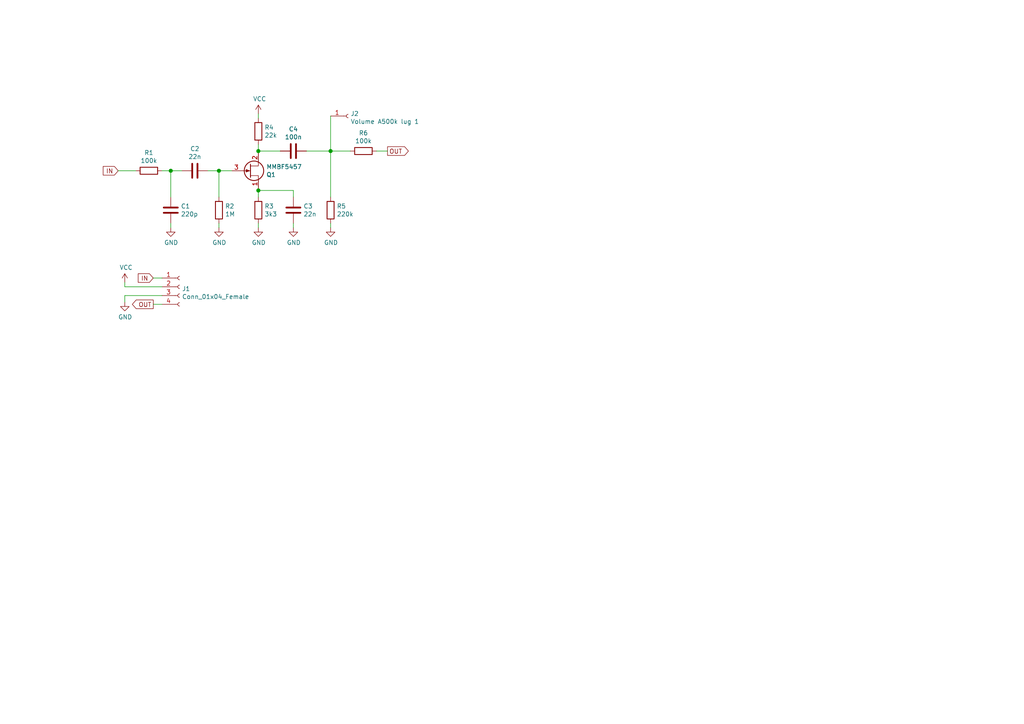
<source format=kicad_sch>
(kicad_sch (version 20200820) (host eeschema "(5.99.0-2965-g3673c2369)")
  (page 1 1)
  (paper "A4")
  (lib_symbols
    (symbol "Connector:Conn_01x01_Female" (pin_names hide)
      (property "Reference" "J" (at 0 2.54 0))
      (property "Value" "Conn_01x01_Female" (at 0 -2.54 0))
      (symbol "Conn_01x01_Female_1_1"
        (arc (start 0 0.508) (end 0 -0.508) (radius (at 0 0) (length 0.508) (angles 90.1 -90.1)) (stroke (width 0.1524)))
        (polyline (pts (xy -1.27 0) (xy -0.508 0)) (stroke (width 0.1524)))
        (pin passive line (at -5.08 0 0) (length 3.81) (name "Pin_1") (number "1"))
      )
    )
    (symbol "Connector:Conn_01x04_Female" (pin_names hide)
      (property "Reference" "J" (at 0 5.08 0))
      (property "Value" "Conn_01x04_Female" (at 0 -7.62 0))
      (symbol "Conn_01x04_Female_1_1"
        (arc (start 0 -4.572) (end 0 -5.588) (radius (at 0 -5.08) (length 0.508) (angles 90.1 -90.1)) (stroke (width 0.1524)))
        (arc (start 0 -2.032) (end 0 -3.048) (radius (at 0 -2.54) (length 0.508) (angles 90.1 -90.1)) (stroke (width 0.1524)))
        (arc (start 0 0.508) (end 0 -0.508) (radius (at 0 0) (length 0.508) (angles 90.1 -90.1)) (stroke (width 0.1524)))
        (arc (start 0 3.048) (end 0 2.032) (radius (at 0 2.54) (length 0.508) (angles 90.1 -90.1)) (stroke (width 0.1524)))
        (polyline (pts (xy -1.27 -5.08) (xy -0.508 -5.08)) (stroke (width 0.1524)))
        (polyline (pts (xy -1.27 -2.54) (xy -0.508 -2.54)) (stroke (width 0.1524)))
        (polyline (pts (xy -1.27 0) (xy -0.508 0)) (stroke (width 0.1524)))
        (polyline (pts (xy -1.27 2.54) (xy -0.508 2.54)) (stroke (width 0.1524)))
        (pin passive line (at -5.08 2.54 0) (length 3.81) (name "Pin_1") (number "1"))
        (pin passive line (at -5.08 0 0) (length 3.81) (name "Pin_2") (number "2"))
        (pin passive line (at -5.08 -2.54 0) (length 3.81) (name "Pin_3") (number "3"))
        (pin passive line (at -5.08 -5.08 0) (length 3.81) (name "Pin_4") (number "4"))
      )
    )
    (symbol "Device:C" (pin_numbers hide) (pin_names (offset 0.254))
      (property "Reference" "C" (at 0.635 2.54 0))
      (property "Value" "C" (at 0.635 -2.54 0))
      (symbol "C_0_1"
        (polyline (pts (xy -2.032 -0.762) (xy 2.032 -0.762)) (stroke (width 0.508)))
        (polyline (pts (xy -2.032 0.762) (xy 2.032 0.762)) (stroke (width 0.508)))
      )
      (symbol "C_1_1"
        (pin passive line (at 0 3.81 270) (length 2.794) (name "~") (number "1"))
        (pin passive line (at 0 -3.81 90) (length 2.794) (name "~") (number "2"))
      )
    )
    (symbol "Device:R" (pin_numbers hide) (pin_names (offset 0))
      (property "Reference" "R" (at 2.032 0 90))
      (property "Value" "R" (at 0 0 90))
      (symbol "R_0_1"
        (rectangle (start -1.016 -2.54) (end 1.016 2.54) (stroke (width 0.254)))
      )
      (symbol "R_1_1"
        (pin passive line (at 0 3.81 270) (length 1.27) (name "~") (number "1"))
        (pin passive line (at 0 -3.81 90) (length 1.27) (name "~") (number "2"))
      )
    )
    (symbol "power:GND" (power) (pin_names (offset 0))
      (property "Value" "GND" (at 0 -3.81 0))
      (symbol "GND_0_1"
        (polyline (pts (xy 0 0) (xy 0 -1.27) (xy 1.27 -1.27) (xy 0 -2.54) (xy -1.27 -1.27) (xy 0 -1.27)))
      )
      (symbol "GND_1_1"
        (pin power_in line (at 0 0 270) (length 0) hide (name "GND") (number "1"))
      )
    )
    (symbol "power:VCC" (power) (pin_names (offset 0))
      (property "Value" "VCC" (at 0 3.81 0))
      (symbol "VCC_0_1"
        (polyline (pts (xy -0.762 1.27) (xy 0 2.54)))
        (polyline (pts (xy 0 0) (xy 0 2.54)))
        (polyline (pts (xy 0 2.54) (xy 0.762 1.27)))
      )
      (symbol "VCC_1_1"
        (pin power_in line (at 0 0 90) (length 0) hide (name "VCC") (number "1"))
      )
    )
    (symbol "rockola_symbols:MMBFJ201" (pin_names (offset 0.508) hide)
      (property "Reference" "Q" (at 5.08 1.905 0))
      (property "Value" "MMBFJ201" (at 5.08 0 0))
      (symbol "MMBFJ201_0_1"
        (circle (center 1.27 0) (radius 2.8194) (stroke (width 0.254)))
        (polyline (pts (xy 0.254 0) (xy -2.54 0)))
        (polyline (pts (xy 0.254 1.905) (xy 0.254 -1.905)) (stroke (width 0.254)))
        (polyline (pts (xy 2.54 -2.54) (xy 2.54 -1.397) (xy 0.254 -1.397)))
        (polyline (pts (xy 2.54 2.54) (xy 2.54 1.397) (xy 0.254 1.397)))
        (polyline (pts (xy 0 0) (xy -1.016 0.381) (xy -1.016 -0.381) (xy 0 0)) (fill (type outline)))
      )
      (symbol "MMBFJ201_1_1"
        (pin passive line (at 2.54 5.08 270) (length 2.54) (name "D") (number "1"))
        (pin passive line (at 2.54 -5.08 90) (length 2.54) (name "S") (number "2"))
        (pin input line (at -5.08 0 0) (length 2.54) (name "G") (number "3"))
      )
    )
  )
  (junction (at 49.53 49.53) (diameter 1.016))
  (junction (at 63.5 49.53) (diameter 1.016))
  (junction (at 74.93 43.815) (diameter 1.016))
  (junction (at 74.93 55.245) (diameter 1.016))
  (junction (at 95.885 43.815) (diameter 1.016))
  (wire (pts (xy 34.29 49.53) (xy 39.37 49.53)))
  (wire (pts (xy 36.195 81.915) (xy 36.195 83.185)))
  (wire (pts (xy 36.195 83.185) (xy 46.99 83.185)))
  (wire (pts (xy 36.195 85.725) (xy 46.99 85.725)))
  (wire (pts (xy 36.195 87.63) (xy 36.195 85.725)))
  (wire (pts (xy 44.45 80.645) (xy 46.99 80.645)))
  (wire (pts (xy 44.45 88.265) (xy 46.99 88.265)))
  (wire (pts (xy 46.99 49.53) (xy 49.53 49.53)))
  (wire (pts (xy 49.53 49.53) (xy 49.53 57.15)))
  (wire (pts (xy 49.53 49.53) (xy 52.705 49.53)))
  (wire (pts (xy 49.53 64.77) (xy 49.53 66.04)))
  (wire (pts (xy 60.325 49.53) (xy 63.5 49.53)))
  (wire (pts (xy 63.5 49.53) (xy 63.5 57.15)))
  (wire (pts (xy 63.5 49.53) (xy 67.31 49.53)))
  (wire (pts (xy 63.5 64.77) (xy 63.5 66.04)))
  (wire (pts (xy 74.93 33.02) (xy 74.93 34.29)))
  (wire (pts (xy 74.93 41.91) (xy 74.93 43.815)))
  (wire (pts (xy 74.93 43.815) (xy 74.93 44.45)))
  (wire (pts (xy 74.93 43.815) (xy 81.28 43.815)))
  (wire (pts (xy 74.93 54.61) (xy 74.93 55.245)))
  (wire (pts (xy 74.93 55.245) (xy 74.93 57.15)))
  (wire (pts (xy 74.93 64.77) (xy 74.93 66.04)))
  (wire (pts (xy 85.09 55.245) (xy 74.93 55.245)))
  (wire (pts (xy 85.09 57.15) (xy 85.09 55.245)))
  (wire (pts (xy 85.09 64.77) (xy 85.09 66.04)))
  (wire (pts (xy 95.885 33.655) (xy 95.885 43.815)))
  (wire (pts (xy 95.885 43.815) (xy 88.9 43.815)))
  (wire (pts (xy 95.885 43.815) (xy 101.6 43.815)))
  (wire (pts (xy 95.885 57.15) (xy 95.885 43.815)))
  (wire (pts (xy 95.885 64.77) (xy 95.885 66.04)))
  (wire (pts (xy 109.22 43.815) (xy 112.395 43.815)))
  (global_label "IN" (shape input) (at 34.29 49.53 180))
  (global_label "IN" (shape input) (at 44.45 80.645 180))
  (global_label "OUT" (shape output) (at 44.45 88.265 180))
  (global_label "OUT" (shape output) (at 112.395 43.815 0))
  (symbol (lib_id "power:VCC") (at 36.195 81.915 0) (unit 1)
    (property "Reference" "#PWR0108" (effects hide))
    (property "Value" "VCC" (at 36.5633 77.5906 0))
  )
  (symbol (lib_id "power:VCC") (at 74.93 33.02 0) (unit 1)
    (property "Reference" "#PWR0104" (effects hide))
    (property "Value" "VCC" (at 75.2983 28.6956 0))
  )
  (symbol (lib_id "power:GND") (at 36.195 87.63 0) (unit 1)
    (property "Reference" "#PWR0107" (effects hide))
    (property "Value" "GND" (at 36.3093 91.9544 0))
  )
  (symbol (lib_id "power:GND") (at 49.53 66.04 0) (unit 1)
    (property "Reference" "#PWR0103" (effects hide))
    (property "Value" "GND" (at 49.6443 70.3644 0))
  )
  (symbol (lib_id "power:GND") (at 63.5 66.04 0) (unit 1)
    (property "Reference" "#PWR0106" (effects hide))
    (property "Value" "GND" (at 63.6143 70.3644 0))
  )
  (symbol (lib_id "power:GND") (at 74.93 66.04 0) (unit 1)
    (property "Reference" "#PWR0105" (effects hide))
    (property "Value" "GND" (at 75.0443 70.3644 0))
  )
  (symbol (lib_id "power:GND") (at 85.09 66.04 0) (unit 1)
    (property "Reference" "#PWR0102" (effects hide))
    (property "Value" "GND" (at 85.2043 70.3644 0))
  )
  (symbol (lib_id "power:GND") (at 95.885 66.04 0) (unit 1)
    (property "Reference" "#PWR0101" (effects hide))
    (property "Value" "GND" (at 95.9993 70.3644 0))
  )
  (symbol (lib_id "Connector:Conn_01x01_Female") (at 100.965 33.655 0) (unit 1)
    (property "Reference" "J2" (at 101.6763 32.9628 0) (effects (justify left)))
    (property "Value" "Volume A500k lug 1" (at 101.6763 35.2615 0) (effects (justify left)))
    (property "Footprint" "Connector_PinHeader_2.54mm:PinHeader_1x01_P2.54mm_Vertical" (effects hide))
  )
  (symbol (lib_id "Device:R") (at 43.18 49.53 90) (unit 1)
    (property "Reference" "R1" (at 43.18 44.3038 90))
    (property "Value" "100k" (at 43.18 46.6025 90))
    (property "Footprint" "Resistor_SMD:R_0805_2012Metric_Pad1.15x1.40mm_HandSolder" (effects hide))
  )
  (symbol (lib_id "Device:R") (at 63.5 60.96 0) (unit 1)
    (property "Reference" "R2" (at 65.2781 59.8106 0) (effects (justify left)))
    (property "Value" "1M" (at 65.2781 62.1093 0) (effects (justify left)))
    (property "Footprint" "Resistor_SMD:R_0805_2012Metric_Pad1.15x1.40mm_HandSolder" (effects hide))
  )
  (symbol (lib_id "Device:R") (at 74.93 38.1 0) (unit 1)
    (property "Reference" "R4" (at 76.7081 36.9506 0) (effects (justify left)))
    (property "Value" "22k" (at 76.7081 39.2493 0) (effects (justify left)))
    (property "Footprint" "Resistor_SMD:R_0805_2012Metric_Pad1.15x1.40mm_HandSolder" (effects hide))
  )
  (symbol (lib_id "Device:R") (at 74.93 60.96 0) (unit 1)
    (property "Reference" "R3" (at 76.7081 59.8106 0) (effects (justify left)))
    (property "Value" "3k3" (at 76.7081 62.1093 0) (effects (justify left)))
    (property "Footprint" "Resistor_SMD:R_0805_2012Metric_Pad1.15x1.40mm_HandSolder" (effects hide))
  )
  (symbol (lib_id "Device:R") (at 95.885 60.96 0) (unit 1)
    (property "Reference" "R5" (at 97.6631 59.8106 0) (effects (justify left)))
    (property "Value" "220k" (at 97.6631 62.1093 0) (effects (justify left)))
    (property "Footprint" "Resistor_SMD:R_0805_2012Metric_Pad1.15x1.40mm_HandSolder" (effects hide))
  )
  (symbol (lib_id "Device:R") (at 105.41 43.815 90) (unit 1)
    (property "Reference" "R6" (at 105.41 38.5888 90))
    (property "Value" "100k" (at 105.41 40.8875 90))
    (property "Footprint" "Resistor_SMD:R_0805_2012Metric_Pad1.15x1.40mm_HandSolder" (effects hide))
  )
  (symbol (lib_id "Device:C") (at 49.53 60.96 0) (unit 1)
    (property "Reference" "C1" (at 52.4511 59.8106 0) (effects (justify left)))
    (property "Value" "220p" (at 52.4511 62.1093 0) (effects (justify left)))
    (property "Footprint" "Capacitor_SMD:C_0805_2012Metric_Pad1.15x1.40mm_HandSolder" (effects hide))
  )
  (symbol (lib_id "Device:C") (at 56.515 49.53 90) (unit 1)
    (property "Reference" "C2" (at 56.515 43.1608 90))
    (property "Value" "22n" (at 56.515 45.4595 90))
    (property "Footprint" "Capacitor_SMD:C_0805_2012Metric_Pad1.15x1.40mm_HandSolder" (effects hide))
  )
  (symbol (lib_id "Device:C") (at 85.09 43.815 90) (unit 1)
    (property "Reference" "C4" (at 85.09 37.4458 90))
    (property "Value" "100n" (at 85.09 39.7445 90))
    (property "Footprint" "Capacitor_SMD:C_0805_2012Metric_Pad1.15x1.40mm_HandSolder" (effects hide))
  )
  (symbol (lib_id "Device:C") (at 85.09 60.96 0) (unit 1)
    (property "Reference" "C3" (at 88.0111 59.8106 0) (effects (justify left)))
    (property "Value" "22n" (at 88.0111 62.1093 0) (effects (justify left)))
    (property "Footprint" "Capacitor_SMD:C_0805_2012Metric_Pad1.15x1.40mm_HandSolder" (effects hide))
  )
  (symbol (lib_id "Connector:Conn_01x04_Female") (at 52.07 83.185 0) (unit 1)
    (property "Reference" "J1" (at 52.7813 83.7628 0) (effects (justify left)))
    (property "Value" "Conn_01x04_Female" (at 52.7813 86.0615 0) (effects (justify left)))
    (property "Footprint" "Connector_PinHeader_2.54mm:PinHeader_1x04_P2.54mm_Vertical" (effects hide))
  )
  (symbol (lib_id "rockola_symbols:MMBFJ201") (at 72.39 49.53 0) (mirror x) (unit 1)
    (property "Reference" "Q1" (at 77.2415 50.6794 0) (effects (justify left)))
    (property "Value" "MMBF5457" (at 77.2415 48.3807 0) (effects (justify left)))
    (property "Footprint" "Package_TO_SOT_SMD:SOT-23" (effects hide))
    (property "Datasheet" "http://www.experimentalistsanonymous.com/diy/Datasheets/J201.pdf" (effects hide))
  )
)
</source>
